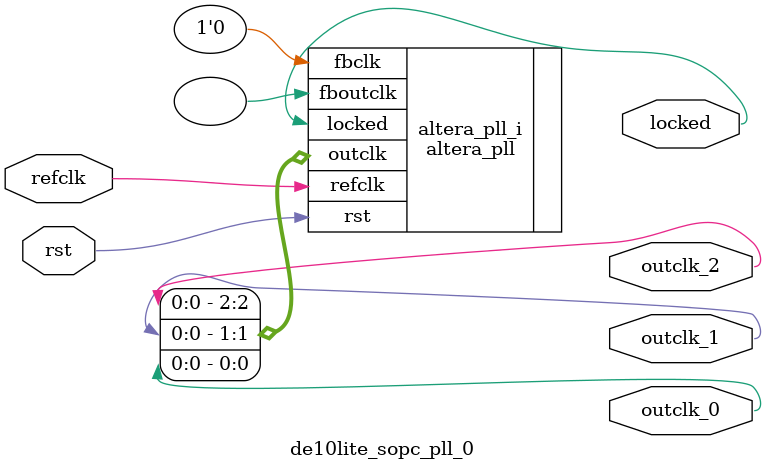
<source format=v>
`timescale 1ns/10ps
module  de10lite_sopc_pll_0(

	// interface 'refclk'
	input wire refclk,

	// interface 'reset'
	input wire rst,

	// interface 'outclk0'
	output wire outclk_0,

	// interface 'outclk1'
	output wire outclk_1,

	// interface 'outclk2'
	output wire outclk_2,

	// interface 'locked'
	output wire locked
);

	altera_pll #(
		.fractional_vco_multiplier("false"),
		.reference_clock_frequency("50.0 MHz"),
		.operation_mode("direct"),
		.number_of_clocks(3),
		.output_clock_frequency0("20.000000 MHz"),
		.phase_shift0("0 ps"),
		.duty_cycle0(50),
		.output_clock_frequency1("100.000000 MHz"),
		.phase_shift1("0 ps"),
		.duty_cycle1(50),
		.output_clock_frequency2("100.000000 MHz"),
		.phase_shift2("0 ps"),
		.duty_cycle2(50),
		.output_clock_frequency3("0 MHz"),
		.phase_shift3("0 ps"),
		.duty_cycle3(50),
		.output_clock_frequency4("0 MHz"),
		.phase_shift4("0 ps"),
		.duty_cycle4(50),
		.output_clock_frequency5("0 MHz"),
		.phase_shift5("0 ps"),
		.duty_cycle5(50),
		.output_clock_frequency6("0 MHz"),
		.phase_shift6("0 ps"),
		.duty_cycle6(50),
		.output_clock_frequency7("0 MHz"),
		.phase_shift7("0 ps"),
		.duty_cycle7(50),
		.output_clock_frequency8("0 MHz"),
		.phase_shift8("0 ps"),
		.duty_cycle8(50),
		.output_clock_frequency9("0 MHz"),
		.phase_shift9("0 ps"),
		.duty_cycle9(50),
		.output_clock_frequency10("0 MHz"),
		.phase_shift10("0 ps"),
		.duty_cycle10(50),
		.output_clock_frequency11("0 MHz"),
		.phase_shift11("0 ps"),
		.duty_cycle11(50),
		.output_clock_frequency12("0 MHz"),
		.phase_shift12("0 ps"),
		.duty_cycle12(50),
		.output_clock_frequency13("0 MHz"),
		.phase_shift13("0 ps"),
		.duty_cycle13(50),
		.output_clock_frequency14("0 MHz"),
		.phase_shift14("0 ps"),
		.duty_cycle14(50),
		.output_clock_frequency15("0 MHz"),
		.phase_shift15("0 ps"),
		.duty_cycle15(50),
		.output_clock_frequency16("0 MHz"),
		.phase_shift16("0 ps"),
		.duty_cycle16(50),
		.output_clock_frequency17("0 MHz"),
		.phase_shift17("0 ps"),
		.duty_cycle17(50),
		.pll_type("General"),
		.pll_subtype("General")
	) altera_pll_i (
		.rst	(rst),
		.outclk	({outclk_2, outclk_1, outclk_0}),
		.locked	(locked),
		.fboutclk	( ),
		.fbclk	(1'b0),
		.refclk	(refclk)
	);
endmodule


</source>
